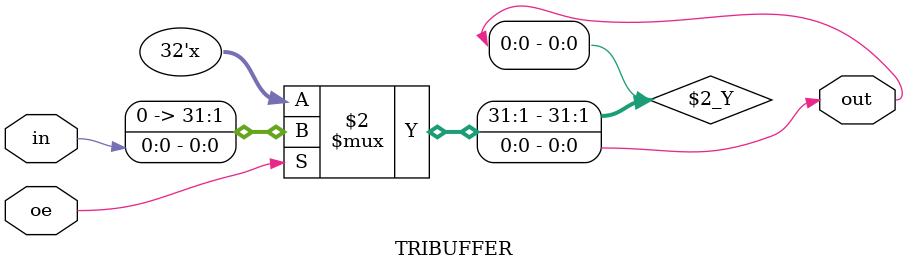
<source format=sv>
`timescale 1ns / 1ps

module SHIFTREGISTER #(parameter WIDTH = 8)(
	input   wire                    clk,
    input   wire                    rst,
    input   wire                    we,
    input   wire    [WIDTH-1:0]     datain,
    input   wire                    in,
    output  reg     [WIDTH-1:0]     Q
                                    
    );

    always @(posedge clk or posedge rst)
    begin
             if (rst)   Q <= 0;
        else if (we)    Q <= datain;
        else            Q <= { Q[7:1], in };
    end

endmodule

module TRIBUFFER #(parameter WIDTH = 1)(
        input wire oe,
        input wire [WIDTH-1:0] in,
        output wire [WIDTH-1:0] out
    );

    assign out = (oe) ? in : 'bZ;

endmodule

</source>
